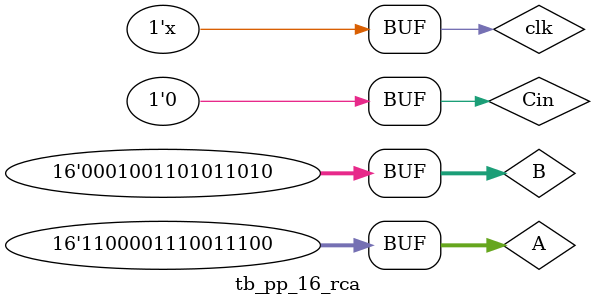
<source format=v>
`timescale 1ns/1ns

module full_adder(a, b, cin, s, cout);
 input a, b, cin;
 output s, cout;

 assign s = a ^ b ^ cin;
 assign cout = ( a & b ) | ( ( a ^ b ) & cin );

endmodule

module delay1(i,clk,o);
 input i;
 input clk;
 output reg o;

 always@(posedge clk)begin
  o <= i;
 end

endmodule

module delay2(i,clk,o);
 input i;
 input clk;
 output reg o;

 reg r_data;

 always@(posedge clk)begin
  r_data    <= i;
  o         <= r_data;
 end

endmodule

module delay3(i,clk,o);
 input i;
 input clk;
 output reg o;

 reg r_data[0:1];

 always@(posedge clk)begin
  r_data[0] <= i;
  r_data[1] <= r_data[0];
  o         <= r_data[1];
 end

endmodule

module delay4(i,clk,o); //??
 input i;
 input clk;
 output reg o;

 reg r_data[0:2];

 always@(posedge clk)begin
  r_data[0] <= i;
  r_data[1] <= r_data[0];
  r_data[2] <= r_data[1];
  o         <= r_data[2];
 end

endmodule

module pprca_4bit(A,B,Cin,clk,S,Cout);

 input [3:0]A,B;
 input Cin;
 input clk;
 output [3:0]S;
 output Cout;

 wire [3:0]a, b;
 wire [2:0]s;
 wire [6:0]c;

 delay1 dl0(A[0],clk,a[0]);
 delay1 dl1(B[0],clk,b[0]);
 delay2 dl2(A[1],clk,a[1]);
 delay2 dl3(B[1],clk,b[1]);
 delay3 dl4(A[2],clk,a[2]);
 delay3 dl5(B[2],clk,b[2]);
 delay4 dl6(A[3],clk,a[3]);
 delay4 dl7(B[3],clk,b[3]);

 delay1 dl8(Cin,clk,c[0]);
 full_adder fa0(a[0],b[0],c[0],s[0],c[1]);
 delay1 dl9(c[1],clk,c[2]);
 full_adder fa1(a[1],b[1],c[2],s[1],c[3]);
 delay1 dl10(c[3],clk,c[4]);
 full_adder fa2(a[2],b[2],c[4],s[2],c[5]);
 delay1 dl11(c[5],clk,c[6]);
 full_adder fa3(a[3],b[3],c[6],S[3],Cout);

 delay1 dl14(s[2],clk,S[2]);
 delay2 dl13(s[1],clk,S[1]);
 delay3 dl12(s[0],clk,S[0]);

 endmodule

module delay4_4b(i,clk,o);
 input [3:0]i;
 input clk;
 output reg [3:0]o;

 reg [3:0]r_data[0:2];
 
 always@(posedge clk)begin
  r_data[0] <= i;
  r_data[1] <= r_data[0];
  r_data[2] <= r_data[1];
  o         <= r_data[2];
 end

endmodule

module delay8_4b(i,clk,o);
 input [3:0]i;
 input clk;
 output reg [3:0]o;

 reg [3:0]r_data[0:6];

 always@(posedge clk)begin
  r_data[0] <= i;
  r_data[1] <= r_data[0];
  r_data[2] <= r_data[1];
  r_data[3] <= r_data[2];
  r_data[4] <= r_data[3];
  r_data[5] <= r_data[4];
  r_data[6] <= r_data[5];
  o         <= r_data[6];
 end

endmodule

module delay12_4b(i,clk,o);
 input [3:0]i;
 input clk;
 output reg [3:0]o;

 reg [3:0]r_data[0:10];

 always@(posedge clk)begin
  r_data[0] <= i;
  r_data[1] <= r_data[0];
  r_data[2] <= r_data[1];
  r_data[3] <= r_data[2];
  r_data[4] <= r_data[3];
  r_data[5] <= r_data[4];
  r_data[6] <= r_data[5];
  r_data[7] <= r_data[6];
  r_data[8] <= r_data[7];
  r_data[9] <= r_data[8];
  r_data[10]<= r_data[9];
  o         <= r_data[10];
 end

endmodule

module pp_16_rca(clk, A, B, Cin, S, Cout);
input [15:0]A, B;
input clk;
input Cin;
output [15:0]S;
output Cout;

wire [2:0]c;
wire [15:4]a,b;
wire [11:0]s;

 delay4_4b dly0(A[7:4],clk,a[7:4]);
 delay4_4b dly1(B[7:4],clk,b[7:4]);
 delay8_4b dly2(A[11:8],clk,a[11:8]);
 delay8_4b dly3(B[11:8],clk,b[11:8]);
 delay12_4b dly4(A[15:12],clk,a[15:12]);
 delay12_4b dly5(B[15:12],clk,b[15:12]);

 pprca_4bit pr0(A[3:0],B[3:0],Cin,clk,s[3:0],c[0]);
 pprca_4bit pr1(a[7:4],b[7:4],c[0],clk,s[7:4],c[1]);
 pprca_4bit pr2(a[11:8],b[11:8],c[1],clk,s[11:8],c[2]);
 pprca_4bit pr3(a[15:12],b[15:12],c[2],clk,S[15:12],Cout);

 delay12_4b dly6(s[3:0],clk,S[3:0]);
 delay8_4b dly7(s[7:4],clk,S[7:4]);
 delay4_4b dly8(s[11:8],clk,S[11:8]);

endmodule

	
module tb_pp_16_rca();
 reg clk=1'b0;
 reg [15:0]A, B;
 reg Cin;
 
 wire [15:0]S;
 wire Cout;

 pp_16_rca pp_16_rca0(clk, A, B, Cin, S, Cout);
 
 always #5 clk=~clk;
 
 initial begin
 A=16'b0101_0101_1111_0101; B=16'b0101_0100_0100_1000; Cin=0;
#10
 A=16'b0010_0100_0010_0100; B=16'b0000_0100_0100_1001; Cin=1;
#10
 A=16'b0010_1000_1000_0000; B=16'b1000_0010_0100_0001; Cin=0;
#10
 A=16'b0111_0000_1010_0011; B=16'b0000_1110_0011_1110; Cin=1;
#10
 A=16'b1100_0011_1001_1100; B=16'b0001_0011_0101_1010; Cin=0;
  end
endmodule

</source>
